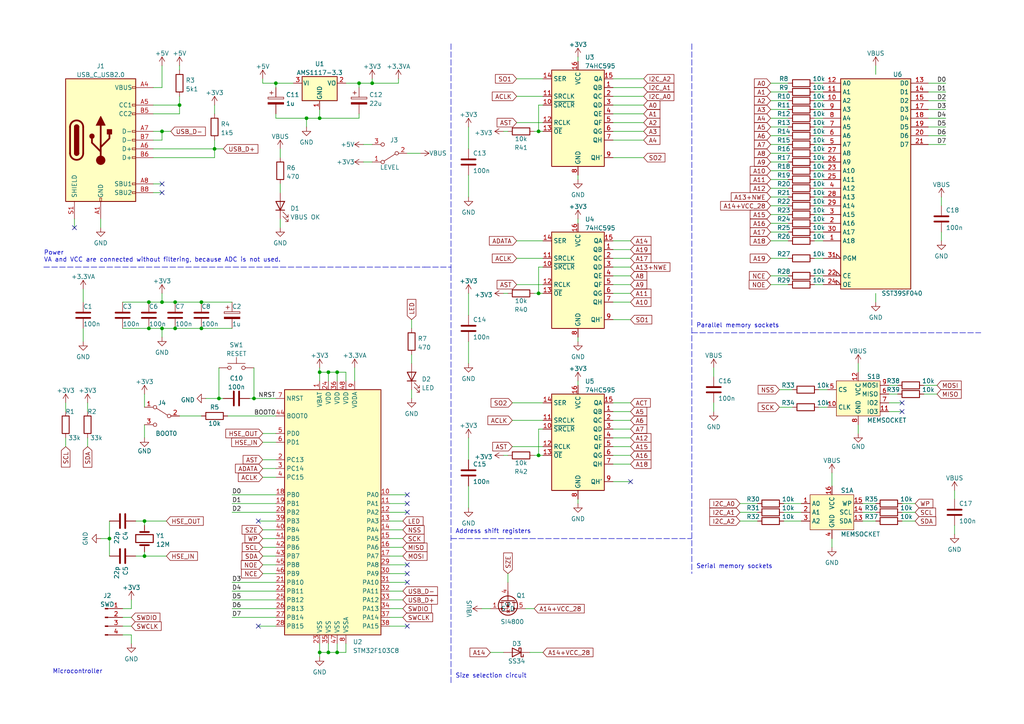
<source format=kicad_sch>
(kicad_sch (version 20211123) (generator eeschema)
  (paper "A4")
  (title_block (title "Memory dumper") (date "2022-10-15") (rev "0.1") (comment 1 "Made by HA5PLS"))
  (junction (at 156.21 38.1))
  (junction (at 73.66 115.57))
  (junction (at 58.42 87.63))
  (junction (at 80.01 24.13))
  (junction (at 92.71 107.95))
  (junction (at 107.95 24.13))
  (junction (at 41.91 151.13))
  (junction (at 156.21 85.09))
  (junction (at 50.8 87.63))
  (junction (at 95.25 107.95))
  (junction (at 46.99 38.1))
  (junction (at 46.99 95.25))
  (junction (at 58.42 95.25))
  (junction (at 95.25 189.23))
  (junction (at 92.71 189.23))
  (junction (at 46.99 87.63))
  (junction (at 43.18 95.25))
  (junction (at 63.5 115.57))
  (junction (at 43.18 87.63))
  (junction (at 97.79 189.23))
  (junction (at 92.71 34.29))
  (junction (at 50.8 95.25))
  (junction (at 97.79 107.95))
  (junction (at 62.23 43.18))
  (junction (at 88.9 34.29))
  (junction (at 156.21 132.08))
  (junction (at 31.75 156.21))
  (junction (at 104.14 24.13))
  (junction (at 52.07 30.48))
  (junction (at 41.91 161.29))
  (no_connect (at 21.59 66.04))
  (no_connect (at 46.99 55.88))
  (no_connect (at 46.99 53.34))
  (no_connect (at 182.88 139.7))
  (no_connect (at 261.62 116.84))
  (no_connect (at 261.62 119.38))
  (no_connect (at 74.93 181.61))
  (no_connect (at 74.93 151.13))
  (no_connect (at 118.11 168.91))
  (no_connect (at 118.11 181.61))
  (no_connect (at 118.11 163.83))
  (no_connect (at 118.11 166.37))
  (no_connect (at 118.11 143.51))
  (no_connect (at 118.11 146.05))
  (no_connect (at 118.11 148.59))
  (wire (pts (xy 66.04 120.65) (xy 80.01 120.65)))
  (wire (pts (xy 257.81 114.3) (xy 260.35 114.3)))
  (wire (pts (xy 223.52 29.21) (xy 228.6 29.21)))
  (wire (pts (xy 62.23 43.18) (xy 64.77 43.18)))
  (wire (pts (xy 269.24 34.29) (xy 274.32 34.29)))
  (wire (pts (xy 223.52 74.93) (xy 228.6 74.93)))
  (wire (pts (xy 236.22 80.01) (xy 238.76 80.01)))
  (wire (pts (xy 223.52 41.91) (xy 228.6 41.91)))
  (wire (pts (xy 214.63 151.13) (xy 219.71 151.13)))
  (wire (pts (xy 41.91 151.13) (xy 48.26 151.13)))
  (wire (pts (xy 21.59 63.5) (xy 21.59 66.04)))
  (wire (pts (xy 223.52 59.69) (xy 228.6 59.69)))
  (wire (pts (xy 44.45 45.72) (xy 62.23 45.72)))
  (wire (pts (xy 44.45 25.4) (xy 46.99 25.4)))
  (wire (pts (xy 19.05 129.54) (xy 19.05 127)))
  (wire (pts (xy 31.75 156.21) (xy 29.21 156.21)))
  (wire (pts (xy 115.57 24.13) (xy 115.57 22.86)))
  (wire (pts (xy 67.31 176.53) (xy 80.01 176.53)))
  (wire (pts (xy 261.62 151.13) (xy 265.43 151.13)))
  (wire (pts (xy 104.14 33.02) (xy 104.14 34.29)))
  (wire (pts (xy 113.03 153.67) (xy 116.84 153.67)))
  (wire (pts (xy 63.5 115.57) (xy 64.77 115.57)))
  (wire (pts (xy 50.8 95.25) (xy 58.42 95.25)))
  (wire (pts (xy 41.91 160.02) (xy 41.91 161.29)))
  (wire (pts (xy 273.05 57.15) (xy 273.05 59.69)))
  (wire (pts (xy 67.31 171.45) (xy 80.01 171.45)))
  (wire (pts (xy 92.71 186.69) (xy 92.71 189.23)))
  (wire (pts (xy 119.38 92.71) (xy 119.38 95.25)))
  (wire (pts (xy 113.03 156.21) (xy 116.84 156.21)))
  (wire (pts (xy 95.25 189.23) (xy 97.79 189.23)))
  (wire (pts (xy 177.8 119.38) (xy 182.88 119.38)))
  (wire (pts (xy 76.2 156.21) (xy 80.01 156.21)))
  (wire (pts (xy 236.22 59.69) (xy 238.76 59.69)))
  (wire (pts (xy 100.33 107.95) (xy 100.33 110.49)))
  (wire (pts (xy 177.8 38.1) (xy 186.69 38.1)))
  (wire (pts (xy 76.2 24.13) (xy 80.01 24.13)))
  (wire (pts (xy 223.52 44.45) (xy 228.6 44.45)))
  (wire (pts (xy 250.19 151.13) (xy 254 151.13)))
  (wire (pts (xy 135.89 85.09) (xy 135.89 91.44)))
  (wire (pts (xy 25.4 129.54) (xy 25.4 127)))
  (wire (pts (xy 241.3 137.16) (xy 241.3 140.97)))
  (wire (pts (xy 62.23 43.18) (xy 62.23 45.72)))
  (wire (pts (xy 105.41 46.99) (xy 107.95 46.99)))
  (wire (pts (xy 254 19.05) (xy 254 21.59)))
  (wire (pts (xy 156.21 77.47) (xy 156.21 85.09)))
  (wire (pts (xy 149.86 35.56) (xy 157.48 35.56)))
  (wire (pts (xy 113.03 146.05) (xy 118.11 146.05)))
  (wire (pts (xy 236.22 74.93) (xy 238.76 74.93)))
  (wire (pts (xy 149.86 27.94) (xy 157.48 27.94)))
  (wire (pts (xy 135.89 99.06) (xy 135.89 105.41)))
  (wire (pts (xy 92.71 106.68) (xy 92.71 107.95)))
  (polyline (pts (xy 12.7 77.47) (xy 123.19 77.47)))
  (wire (pts (xy 207.01 116.84) (xy 207.01 119.38)))
  (wire (pts (xy 236.22 44.45) (xy 238.76 44.45)))
  (wire (pts (xy 116.84 151.13) (xy 113.03 151.13)))
  (wire (pts (xy 177.8 25.4) (xy 186.69 25.4)))
  (wire (pts (xy 41.91 123.19) (xy 41.91 127)))
  (wire (pts (xy 177.8 129.54) (xy 182.88 129.54)))
  (wire (pts (xy 154.94 132.08) (xy 156.21 132.08)))
  (wire (pts (xy 149.86 74.93) (xy 157.48 74.93)))
  (wire (pts (xy 80.01 33.02) (xy 80.01 34.29)))
  (wire (pts (xy 25.4 119.38) (xy 25.4 116.84)))
  (wire (pts (xy 207.01 106.68) (xy 207.01 109.22)))
  (wire (pts (xy 156.21 38.1) (xy 157.48 38.1)))
  (wire (pts (xy 119.38 113.03) (xy 119.38 115.57)))
  (wire (pts (xy 41.91 114.3) (xy 41.91 118.11)))
  (wire (pts (xy 74.93 151.13) (xy 80.01 151.13)))
  (wire (pts (xy 236.22 57.15) (xy 238.76 57.15)))
  (wire (pts (xy 44.45 38.1) (xy 46.99 38.1)))
  (wire (pts (xy 214.63 148.59) (xy 219.71 148.59)))
  (polyline (pts (xy 200.66 12.7) (xy 200.66 166.37)))
  (wire (pts (xy 248.92 123.19) (xy 248.92 125.73)))
  (wire (pts (xy 31.75 151.13) (xy 31.75 156.21)))
  (wire (pts (xy 76.2 158.75) (xy 80.01 158.75)))
  (wire (pts (xy 254 85.09) (xy 254 87.63)))
  (wire (pts (xy 38.1 184.15) (xy 38.1 186.69)))
  (wire (pts (xy 177.8 40.64) (xy 186.69 40.64)))
  (wire (pts (xy 237.49 113.03) (xy 240.03 113.03)))
  (wire (pts (xy 81.28 43.18) (xy 81.28 45.72)))
  (wire (pts (xy 76.2 166.37) (xy 80.01 166.37)))
  (wire (pts (xy 35.56 184.15) (xy 38.1 184.15)))
  (wire (pts (xy 50.8 87.63) (xy 58.42 87.63)))
  (wire (pts (xy 24.13 83.82) (xy 24.13 87.63)))
  (wire (pts (xy 267.97 111.76) (xy 271.78 111.76)))
  (wire (pts (xy 177.8 27.94) (xy 186.69 27.94)))
  (wire (pts (xy 177.8 69.85) (xy 182.88 69.85)))
  (wire (pts (xy 85.09 24.13) (xy 80.01 24.13)))
  (wire (pts (xy 214.63 146.05) (xy 219.71 146.05)))
  (wire (pts (xy 226.06 118.11) (xy 229.87 118.11)))
  (wire (pts (xy 135.89 127) (xy 135.89 133.35)))
  (wire (pts (xy 237.49 118.11) (xy 240.03 118.11)))
  (wire (pts (xy 223.52 46.99) (xy 228.6 46.99)))
  (wire (pts (xy 46.99 95.25) (xy 46.99 97.79)))
  (wire (pts (xy 58.42 87.63) (xy 67.31 87.63)))
  (wire (pts (xy 102.87 106.68) (xy 102.87 110.49)))
  (wire (pts (xy 76.2 161.29) (xy 80.01 161.29)))
  (wire (pts (xy 104.14 24.13) (xy 107.95 24.13)))
  (wire (pts (xy 177.8 45.72) (xy 186.69 45.72)))
  (wire (pts (xy 67.31 148.59) (xy 80.01 148.59)))
  (wire (pts (xy 35.56 179.07) (xy 38.1 179.07)))
  (wire (pts (xy 223.52 62.23) (xy 228.6 62.23)))
  (wire (pts (xy 269.24 41.91) (xy 274.32 41.91)))
  (wire (pts (xy 248.92 105.41) (xy 248.92 107.95)))
  (wire (pts (xy 119.38 102.87) (xy 119.38 105.41)))
  (wire (pts (xy 154.94 85.09) (xy 156.21 85.09)))
  (wire (pts (xy 35.56 95.25) (xy 43.18 95.25)))
  (wire (pts (xy 223.52 80.01) (xy 228.6 80.01)))
  (wire (pts (xy 95.25 107.95) (xy 95.25 110.49)))
  (wire (pts (xy 95.25 186.69) (xy 95.25 189.23)))
  (wire (pts (xy 52.07 19.05) (xy 52.07 20.32)))
  (wire (pts (xy 152.4 176.53) (xy 154.94 176.53)))
  (wire (pts (xy 149.86 69.85) (xy 157.48 69.85)))
  (wire (pts (xy 74.93 181.61) (xy 80.01 181.61)))
  (wire (pts (xy 223.52 34.29) (xy 228.6 34.29)))
  (wire (pts (xy 236.22 69.85) (xy 238.76 69.85)))
  (wire (pts (xy 113.03 173.99) (xy 116.84 173.99)))
  (wire (pts (xy 177.8 134.62) (xy 182.88 134.62)))
  (wire (pts (xy 156.21 132.08) (xy 157.48 132.08)))
  (wire (pts (xy 177.8 72.39) (xy 182.88 72.39)))
  (wire (pts (xy 88.9 34.29) (xy 92.71 34.29)))
  (wire (pts (xy 267.97 114.3) (xy 271.78 114.3)))
  (wire (pts (xy 113.03 143.51) (xy 118.11 143.51)))
  (wire (pts (xy 46.99 87.63) (xy 50.8 87.63)))
  (wire (pts (xy 177.8 127) (xy 182.88 127)))
  (wire (pts (xy 49.53 38.1) (xy 46.99 38.1)))
  (wire (pts (xy 167.64 110.49) (xy 167.64 111.76)))
  (wire (pts (xy 223.52 24.13) (xy 228.6 24.13)))
  (wire (pts (xy 177.8 77.47) (xy 182.88 77.47)))
  (wire (pts (xy 261.62 148.59) (xy 265.43 148.59)))
  (wire (pts (xy 76.2 128.27) (xy 80.01 128.27)))
  (wire (pts (xy 100.33 186.69) (xy 100.33 189.23)))
  (wire (pts (xy 43.18 95.25) (xy 46.99 95.25)))
  (wire (pts (xy 107.95 24.13) (xy 115.57 24.13)))
  (wire (pts (xy 177.8 80.01) (xy 182.88 80.01)))
  (wire (pts (xy 92.71 190.5) (xy 92.71 189.23)))
  (wire (pts (xy 67.31 143.51) (xy 80.01 143.51)))
  (wire (pts (xy 236.22 62.23) (xy 238.76 62.23)))
  (wire (pts (xy 113.03 168.91) (xy 118.11 168.91)))
  (wire (pts (xy 223.52 31.75) (xy 228.6 31.75)))
  (wire (pts (xy 31.75 156.21) (xy 31.75 161.29)))
  (wire (pts (xy 73.66 115.57) (xy 80.01 115.57)))
  (wire (pts (xy 76.2 125.73) (xy 80.01 125.73)))
  (wire (pts (xy 269.24 26.67) (xy 274.32 26.67)))
  (wire (pts (xy 177.8 82.55) (xy 182.88 82.55)))
  (wire (pts (xy 157.48 30.48) (xy 156.21 30.48)))
  (wire (pts (xy 97.79 186.69) (xy 97.79 189.23)))
  (wire (pts (xy 177.8 116.84) (xy 182.88 116.84)))
  (wire (pts (xy 92.71 31.75) (xy 92.71 34.29)))
  (wire (pts (xy 147.32 166.37) (xy 147.32 168.91)))
  (wire (pts (xy 156.21 124.46) (xy 156.21 132.08)))
  (wire (pts (xy 177.8 22.86) (xy 186.69 22.86)))
  (wire (pts (xy 29.21 63.5) (xy 29.21 66.04)))
  (wire (pts (xy 149.86 22.86) (xy 157.48 22.86)))
  (wire (pts (xy 63.5 106.68) (xy 63.5 115.57)))
  (wire (pts (xy 35.56 87.63) (xy 43.18 87.63)))
  (wire (pts (xy 167.64 97.79) (xy 167.64 99.06)))
  (wire (pts (xy 58.42 95.25) (xy 67.31 95.25)))
  (wire (pts (xy 67.31 179.07) (xy 80.01 179.07)))
  (wire (pts (xy 223.52 69.85) (xy 228.6 69.85)))
  (wire (pts (xy 177.8 35.56) (xy 186.69 35.56)))
  (wire (pts (xy 100.33 189.23) (xy 97.79 189.23)))
  (wire (pts (xy 236.22 26.67) (xy 238.76 26.67)))
  (wire (pts (xy 135.89 36.83) (xy 135.89 43.18)))
  (polyline (pts (xy 200.66 96.52) (xy 284.48 96.52)))
  (wire (pts (xy 236.22 29.21) (xy 238.76 29.21)))
  (wire (pts (xy 81.28 63.5) (xy 81.28 66.04)))
  (wire (pts (xy 46.99 95.25) (xy 50.8 95.25)))
  (wire (pts (xy 44.45 55.88) (xy 46.99 55.88)))
  (wire (pts (xy 157.48 124.46) (xy 156.21 124.46)))
  (wire (pts (xy 273.05 67.31) (xy 273.05 69.85)))
  (wire (pts (xy 67.31 168.91) (xy 80.01 168.91)))
  (wire (pts (xy 177.8 121.92) (xy 182.88 121.92)))
  (wire (pts (xy 156.21 85.09) (xy 157.48 85.09)))
  (wire (pts (xy 80.01 133.35) (xy 76.2 133.35)))
  (wire (pts (xy 107.95 22.86) (xy 107.95 24.13)))
  (wire (pts (xy 236.22 64.77) (xy 238.76 64.77)))
  (wire (pts (xy 177.8 33.02) (xy 186.69 33.02)))
  (wire (pts (xy 223.52 57.15) (xy 228.6 57.15)))
  (wire (pts (xy 236.22 34.29) (xy 238.76 34.29)))
  (wire (pts (xy 72.39 115.57) (xy 73.66 115.57)))
  (wire (pts (xy 97.79 107.95) (xy 97.79 110.49)))
  (wire (pts (xy 167.64 144.78) (xy 167.64 146.05)))
  (wire (pts (xy 154.94 38.1) (xy 156.21 38.1)))
  (wire (pts (xy 153.67 189.23) (xy 157.48 189.23)))
  (wire (pts (xy 80.01 34.29) (xy 88.9 34.29)))
  (wire (pts (xy 44.45 53.34) (xy 46.99 53.34)))
  (wire (pts (xy 269.24 39.37) (xy 274.32 39.37)))
  (wire (pts (xy 156.21 30.48) (xy 156.21 38.1)))
  (wire (pts (xy 223.52 26.67) (xy 228.6 26.67)))
  (wire (pts (xy 223.52 82.55) (xy 228.6 82.55)))
  (wire (pts (xy 167.64 63.5) (xy 167.64 64.77)))
  (wire (pts (xy 236.22 52.07) (xy 238.76 52.07)))
  (wire (pts (xy 177.8 124.46) (xy 182.88 124.46)))
  (wire (pts (xy 236.22 24.13) (xy 238.76 24.13)))
  (wire (pts (xy 113.03 176.53) (xy 116.84 176.53)))
  (polyline (pts (xy 123.19 77.47) (xy 130.81 77.47)))
  (wire (pts (xy 257.81 116.84) (xy 261.62 116.84)))
  (wire (pts (xy 113.03 166.37) (xy 118.11 166.37)))
  (wire (pts (xy 76.2 138.43) (xy 80.01 138.43)))
  (polyline (pts (xy 130.81 12.7) (xy 130.81 77.47)))
  (wire (pts (xy 177.8 85.09) (xy 182.88 85.09)))
  (wire (pts (xy 62.23 30.48) (xy 62.23 33.02)))
  (wire (pts (xy 142.24 189.23) (xy 146.05 189.23)))
  (wire (pts (xy 148.59 129.54) (xy 157.48 129.54)))
  (wire (pts (xy 269.24 31.75) (xy 274.32 31.75)))
  (wire (pts (xy 223.52 52.07) (xy 228.6 52.07)))
  (wire (pts (xy 113.03 181.61) (xy 118.11 181.61)))
  (wire (pts (xy 59.69 115.57) (xy 63.5 115.57)))
  (wire (pts (xy 39.37 151.13) (xy 41.91 151.13)))
  (polyline (pts (xy 130.81 156.21) (xy 200.66 156.21)))
  (wire (pts (xy 92.71 34.29) (xy 104.14 34.29)))
  (wire (pts (xy 250.19 146.05) (xy 254 146.05)))
  (wire (pts (xy 148.59 116.84) (xy 157.48 116.84)))
  (wire (pts (xy 257.81 119.38) (xy 261.62 119.38)))
  (wire (pts (xy 157.48 77.47) (xy 156.21 77.47)))
  (wire (pts (xy 236.22 36.83) (xy 238.76 36.83)))
  (wire (pts (xy 236.22 31.75) (xy 238.76 31.75)))
  (wire (pts (xy 19.05 119.38) (xy 19.05 116.84)))
  (wire (pts (xy 46.99 19.05) (xy 46.99 25.4)))
  (wire (pts (xy 241.3 156.21) (xy 241.3 158.75)))
  (wire (pts (xy 236.22 67.31) (xy 238.76 67.31)))
  (wire (pts (xy 24.13 95.25) (xy 24.13 99.06)))
  (wire (pts (xy 76.2 153.67) (xy 80.01 153.67)))
  (wire (pts (xy 261.62 146.05) (xy 265.43 146.05)))
  (wire (pts (xy 223.52 49.53) (xy 228.6 49.53)))
  (wire (pts (xy 43.18 87.63) (xy 46.99 87.63)))
  (wire (pts (xy 250.19 148.59) (xy 254 148.59)))
  (wire (pts (xy 113.03 179.07) (xy 116.84 179.07)))
  (wire (pts (xy 113.03 158.75) (xy 116.84 158.75)))
  (wire (pts (xy 80.01 135.89) (xy 76.2 135.89)))
  (wire (pts (xy 52.07 33.02) (xy 52.07 30.48)))
  (wire (pts (xy 67.31 173.99) (xy 80.01 173.99)))
  (wire (pts (xy 146.05 38.1) (xy 147.32 38.1)))
  (wire (pts (xy 227.33 151.13) (xy 232.41 151.13)))
  (wire (pts (xy 41.91 161.29) (xy 39.37 161.29)))
  (wire (pts (xy 41.91 151.13) (xy 41.91 152.4)))
  (wire (pts (xy 236.22 54.61) (xy 238.76 54.61)))
  (wire (pts (xy 76.2 163.83) (xy 80.01 163.83)))
  (wire (pts (xy 67.31 146.05) (xy 80.01 146.05)))
  (wire (pts (xy 113.03 161.29) (xy 116.84 161.29)))
  (wire (pts (xy 95.25 107.95) (xy 97.79 107.95)))
  (wire (pts (xy 76.2 22.86) (xy 76.2 24.13)))
  (wire (pts (xy 177.8 30.48) (xy 186.69 30.48)))
  (wire (pts (xy 139.7 176.53) (xy 142.24 176.53)))
  (wire (pts (xy 236.22 82.55) (xy 238.76 82.55)))
  (wire (pts (xy 135.89 140.97) (xy 135.89 147.32)))
  (wire (pts (xy 167.64 16.51) (xy 167.64 17.78)))
  (wire (pts (xy 177.8 87.63) (xy 182.88 87.63)))
  (wire (pts (xy 167.64 50.8) (xy 167.64 52.07)))
  (wire (pts (xy 38.1 176.53) (xy 38.1 173.99)))
  (polyline (pts (xy 130.81 77.47) (xy 130.81 198.12)))
  (wire (pts (xy 81.28 53.34) (xy 81.28 55.88)))
  (wire (pts (xy 113.03 171.45) (xy 116.84 171.45)))
  (wire (pts (xy 113.03 163.83) (xy 118.11 163.83)))
  (wire (pts (xy 52.07 27.94) (xy 52.07 30.48)))
  (wire (pts (xy 135.89 50.8) (xy 135.89 57.15)))
  (wire (pts (xy 46.99 38.1) (xy 46.99 40.64)))
  (wire (pts (xy 276.86 152.4) (xy 276.86 154.94)))
  (wire (pts (xy 269.24 36.83) (xy 274.32 36.83)))
  (wire (pts (xy 223.52 64.77) (xy 228.6 64.77)))
  (wire (pts (xy 62.23 40.64) (xy 62.23 43.18)))
  (wire (pts (xy 223.52 39.37) (xy 228.6 39.37)))
  (wire (pts (xy 236.22 49.53) (xy 238.76 49.53)))
  (wire (pts (xy 236.22 46.99) (xy 238.76 46.99)))
  (wire (pts (xy 41.91 161.29) (xy 48.26 161.29)))
  (wire (pts (xy 46.99 85.09) (xy 46.99 87.63)))
  (wire (pts (xy 44.45 43.18) (xy 62.23 43.18)))
  (wire (pts (xy 88.9 34.29) (xy 88.9 36.83)))
  (wire (pts (xy 257.81 111.76) (xy 260.35 111.76)))
  (wire (pts (xy 92.71 189.23) (xy 95.25 189.23)))
  (wire (pts (xy 52.07 120.65) (xy 58.42 120.65)))
  (wire (pts (xy 73.66 115.57) (xy 73.66 106.68)))
  (wire (pts (xy 149.86 82.55) (xy 157.48 82.55)))
  (wire (pts (xy 177.8 74.93) (xy 182.88 74.93)))
  (wire (pts (xy 104.14 24.13) (xy 104.14 25.4)))
  (wire (pts (xy 146.05 132.08) (xy 147.32 132.08)))
  (wire (pts (xy 223.52 36.83) (xy 228.6 36.83)))
  (wire (pts (xy 276.86 142.24) (xy 276.86 144.78)))
  (wire (pts (xy 35.56 181.61) (xy 38.1 181.61)))
  (wire (pts (xy 227.33 146.05) (xy 232.41 146.05)))
  (wire (pts (xy 44.45 40.64) (xy 46.99 40.64)))
  (wire (pts (xy 146.05 85.09) (xy 147.32 85.09)))
  (wire (pts (xy 236.22 41.91) (xy 238.76 41.91)))
  (wire (pts (xy 44.45 33.02) (xy 52.07 33.02)))
  (wire (pts (xy 80.01 24.13) (xy 80.01 25.4)))
  (wire (pts (xy 236.22 39.37) (xy 238.76 39.37)))
  (wire (pts (xy 100.33 24.13) (xy 104.14 24.13)))
  (wire (pts (xy 92.71 107.95) (xy 95.25 107.95)))
  (wire (pts (xy 148.59 121.92) (xy 157.48 121.92)))
  (wire (pts (xy 226.06 113.03) (xy 229.87 113.03)))
  (wire (pts (xy 223.52 54.61) (xy 228.6 54.61)))
  (wire (pts (xy 177.8 139.7) (xy 182.88 139.7)))
  (wire (pts (xy 92.71 107.95) (xy 92.71 110.49)))
  (wire (pts (xy 97.79 107.95) (xy 100.33 107.95)))
  (wire (pts (xy 44.45 30.48) (xy 52.07 30.48)))
  (wire (pts (xy 269.24 29.21) (xy 274.32 29.21)))
  (wire (pts (xy 269.24 24.13) (xy 274.32 24.13)))
  (wire (pts (xy 113.03 148.59) (xy 118.11 148.59)))
  (wire (pts (xy 177.8 132.08) (xy 182.88 132.08)))
  (wire (pts (xy 227.33 148.59) (xy 232.41 148.59)))
  (wire (pts (xy 177.8 92.71) (xy 182.88 92.71)))
  (wire (pts (xy 105.41 41.91) (xy 107.95 41.91)))
  (wire (pts (xy 35.56 176.53) (xy 38.1 176.53)))
  (wire (pts (xy 223.52 67.31) (xy 228.6 67.31)))
  (wire (pts (xy 118.11 44.45) (xy 121.92 44.45)))
  (text "Address shift registers\n" (at 132.08 154.94 0) (effects (font (size 1.27 1.27)) (justify left bottom)))
  (text "Size selection circuit\n" (at 132.08 196.85 0) (effects (font (size 1.27 1.27)) (justify left bottom)))
  (text "Power\nVA and VCC are connected without filtering, because ADC is not used." (at 12.7 76.2 0) (effects (font (size 1.27 1.27)) (justify left bottom)))
  (text "Microcontroller" (at 15.24 195.58 0) (effects (font (size 1.27 1.27)) (justify left bottom)))
  (text "Serial memory sockets\n" (at 201.93 165.1 0) (effects (font (size 1.27 1.27)) (justify left bottom)))
  (text "Parallel memory sockets\n" (at 201.93 95.25 0) (effects (font (size 1.27 1.27)) (justify left bottom)))
  (label "D5" (at 271.78 36.83 0))
  (label "D4" (at 67.31 171.45 0))
  (label "D7" (at 271.78 41.91 0))
  (label "D2" (at 67.31 148.59 0))
  (label "D3" (at 67.31 168.91 0))
  (label "D0" (at 67.31 143.51 0))
  (label "D0" (at 271.78 24.13 0))
  (label "D6" (at 271.78 39.37 0))
  (label "BOOT0" (at 73.66 120.65 0))
  (label "D7" (at 67.31 179.07 0))
  (label "D6" (at 67.31 176.53 0))
  (label "D5" (at 67.31 173.99 0))
  (label "NRST" (at 74.93 115.57 0))
  (label "D2" (at 271.78 29.21 0))
  (label "D1" (at 271.78 26.67 0))
  (label "D4" (at 271.78 34.29 0))
  (label "D3" (at 271.78 31.75 0))
  (label "D1" (at 67.31 146.05 0))
  (global_label "HSE_OUT" (shape input) (at 48.26 151.13 0) (property "Intersheet References" "${INTERSHEET_REFS}" (effects hide)))
  (global_label "USB_D-" (shape input) (at 49.53 38.1 0) (property "Intersheet References" "${INTERSHEET_REFS}" (effects hide)))
  (global_label "SO2" (shape input) (at 186.69 45.72 0) (property "Intersheet References" "${INTERSHEET_REFS}" (effects hide)))
  (global_label "A0" (shape input) (at 223.52 24.13 180) (property "Intersheet References" "${INTERSHEET_REFS}" (effects hide)))
  (global_label "A16" (shape input) (at 223.52 64.77 180) (property "Intersheet References" "${INTERSHEET_REFS}" (effects hide)))
  (global_label "A6" (shape input) (at 223.52 39.37 180) (property "Intersheet References" "${INTERSHEET_REFS}" (effects hide)))
  (global_label "A15" (shape input) (at 182.88 129.54 0) (property "Intersheet References" "${INTERSHEET_REFS}" (effects hide)))
  (global_label "A18" (shape input) (at 223.52 69.85 180) (property "Intersheet References" "${INTERSHEET_REFS}" (effects hide)))
  (global_label "A1" (shape input) (at 186.69 33.02 0) (property "Intersheet References" "${INTERSHEET_REFS}" (effects hide)))
  (global_label "A3" (shape input) (at 223.52 31.75 180) (property "Intersheet References" "${INTERSHEET_REFS}" (effects hide)))
  (global_label "USB_D-" (shape input) (at 116.84 171.45 0) (property "Intersheet References" "${INTERSHEET_REFS}" (effects hide)))
  (global_label "MOSI" (shape input) (at 271.78 111.76 0) (property "Intersheet References" "${INTERSHEET_REFS}" (effects hide)))
  (global_label "SO2" (shape input) (at 148.59 116.84 180) (property "Intersheet References" "${INTERSHEET_REFS}" (effects hide)))
  (global_label "I2C_A0" (shape input) (at 214.63 146.05 180) (property "Intersheet References" "${INTERSHEET_REFS}" (effects hide)))
  (global_label "A10" (shape input) (at 223.52 49.53 180) (property "Intersheet References" "${INTERSHEET_REFS}" (effects hide)))
  (global_label "USB_D+" (shape input) (at 64.77 43.18 0) (property "Intersheet References" "${INTERSHEET_REFS}" (effects hide)))
  (global_label "HSE_IN" (shape input) (at 76.2 128.27 180) (property "Intersheet References" "${INTERSHEET_REFS}" (effects hide)))
  (global_label "A12" (shape input) (at 223.52 54.61 180) (property "Intersheet References" "${INTERSHEET_REFS}" (effects hide)))
  (global_label "AST" (shape input) (at 149.86 35.56 180) (property "Intersheet References" "${INTERSHEET_REFS}" (effects hide)))
  (global_label "ACLK" (shape input) (at 149.86 74.93 180) (property "Intersheet References" "${INTERSHEET_REFS}" (effects hide)))
  (global_label "A10" (shape input) (at 182.88 87.63 0) (property "Intersheet References" "${INTERSHEET_REFS}" (effects hide)))
  (global_label "A14+VCC_28" (shape input) (at 154.94 176.53 0) (property "Intersheet References" "${INTERSHEET_REFS}" (effects hide)))
  (global_label "SO1" (shape input) (at 182.88 92.71 0) (property "Intersheet References" "${INTERSHEET_REFS}" (effects hide)))
  (global_label "A14+VCC_28" (shape input) (at 157.48 189.23 0) (property "Intersheet References" "${INTERSHEET_REFS}" (effects hide)))
  (global_label "A13+NWE" (shape input) (at 182.88 77.47 0) (property "Intersheet References" "${INTERSHEET_REFS}" (effects hide)))
  (global_label "HSE_IN" (shape input) (at 48.26 161.29 0) (property "Intersheet References" "${INTERSHEET_REFS}" (effects hide)))
  (global_label "A7" (shape input) (at 223.52 41.91 180) (property "Intersheet References" "${INTERSHEET_REFS}" (effects hide)))
  (global_label "SCK" (shape input) (at 226.06 118.11 180) (property "Intersheet References" "${INTERSHEET_REFS}" (effects hide)))
  (global_label "SCL" (shape input) (at 265.43 148.59 0) (property "Intersheet References" "${INTERSHEET_REFS}" (effects hide)))
  (global_label "NCE" (shape input) (at 223.52 80.01 180) (property "Intersheet References" "${INTERSHEET_REFS}" (effects hide)))
  (global_label "SWCLK" (shape input) (at 116.84 179.07 0) (property "Intersheet References" "${INTERSHEET_REFS}" (effects hide)))
  (global_label "NOE" (shape input) (at 223.52 82.55 180) (property "Intersheet References" "${INTERSHEET_REFS}" (effects hide)))
  (global_label "I2C_A2" (shape input) (at 186.69 22.86 0) (property "Intersheet References" "${INTERSHEET_REFS}" (effects hide)))
  (global_label "ADATA" (shape input) (at 76.2 135.89 180) (property "Intersheet References" "${INTERSHEET_REFS}" (effects hide)))
  (global_label "A14+VCC_28" (shape input) (at 223.52 59.69 180) (property "Intersheet References" "${INTERSHEET_REFS}" (effects hide)))
  (global_label "A19" (shape input) (at 223.52 74.93 180) (property "Intersheet References" "${INTERSHEET_REFS}" (effects hide)))
  (global_label "LED" (shape input) (at 119.38 92.71 90) (property "Intersheet References" "${INTERSHEET_REFS}" (effects hide)))
  (global_label "ACLK" (shape input) (at 149.86 27.94 180) (property "Intersheet References" "${INTERSHEET_REFS}" (effects hide)))
  (global_label "NCE" (shape input) (at 76.2 166.37 180) (property "Intersheet References" "${INTERSHEET_REFS}" (effects hide)))
  (global_label "LED" (shape input) (at 116.84 151.13 0) (property "Intersheet References" "${INTERSHEET_REFS}" (effects hide)))
  (global_label "I2C_A0" (shape input) (at 186.69 27.94 0) (property "Intersheet References" "${INTERSHEET_REFS}" (effects hide)))
  (global_label "HSE_OUT" (shape input) (at 76.2 125.73 180) (property "Intersheet References" "${INTERSHEET_REFS}" (effects hide)))
  (global_label "A5" (shape input) (at 223.52 36.83 180) (property "Intersheet References" "${INTERSHEET_REFS}" (effects hide)))
  (global_label "USB_D+" (shape input) (at 116.84 173.99 0) (property "Intersheet References" "${INTERSHEET_REFS}" (effects hide)))
  (global_label "ADATA" (shape input) (at 149.86 69.85 180) (property "Intersheet References" "${INTERSHEET_REFS}" (effects hide)))
  (global_label "A14" (shape input) (at 142.24 189.23 180) (property "Intersheet References" "${INTERSHEET_REFS}" (effects hide)))
  (global_label "AST" (shape input) (at 149.86 82.55 180) (property "Intersheet References" "${INTERSHEET_REFS}" (effects hide)))
  (global_label "A17" (shape input) (at 223.52 67.31 180) (property "Intersheet References" "${INTERSHEET_REFS}" (effects hide)))
  (global_label "SCL" (shape input) (at 76.2 158.75 180) (property "Intersheet References" "${INTERSHEET_REFS}" (effects hide)))
  (global_label "I2C_A2" (shape input) (at 214.63 151.13 180) (property "Intersheet References" "${INTERSHEET_REFS}" (effects hide)))
  (global_label "ACLK" (shape input) (at 76.2 138.43 180) (property "Intersheet References" "${INTERSHEET_REFS}" (effects hide)))
  (global_label "A9" (shape input) (at 182.88 82.55 0) (property "Intersheet References" "${INTERSHEET_REFS}" (effects hide)))
  (global_label "A1" (shape input) (at 223.52 26.67 180) (property "Intersheet References" "${INTERSHEET_REFS}" (effects hide)))
  (global_label "SWDIO" (shape input) (at 38.1 179.07 0) (property "Intersheet References" "${INTERSHEET_REFS}" (effects hide)))
  (global_label "A0" (shape input) (at 186.69 30.48 0) (property "Intersheet References" "${INTERSHEET_REFS}" (effects hide)))
  (global_label "A3" (shape input) (at 186.69 38.1 0) (property "Intersheet References" "${INTERSHEET_REFS}" (effects hide)))
  (global_label "NSS" (shape input) (at 226.06 113.03 180) (property "Intersheet References" "${INTERSHEET_REFS}" (effects hide)))
  (global_label "SZE" (shape input) (at 76.2 153.67 180) (property "Intersheet References" "${INTERSHEET_REFS}" (effects hide)))
  (global_label "AST" (shape input) (at 148.59 129.54 180) (property "Intersheet References" "${INTERSHEET_REFS}" (effects hide)))
  (global_label "A9" (shape input) (at 223.52 46.99 180) (property "Intersheet References" "${INTERSHEET_REFS}" (effects hide)))
  (global_label "A5" (shape input) (at 182.88 119.38 0) (property "Intersheet References" "${INTERSHEET_REFS}" (effects hide)))
  (global_label "A2" (shape input) (at 186.69 35.56 0) (property "Intersheet References" "${INTERSHEET_REFS}" (effects hide)))
  (global_label "A18" (shape input) (at 182.88 134.62 0) (property "Intersheet References" "${INTERSHEET_REFS}" (effects hide)))
  (global_label "SO1" (shape input) (at 149.86 22.86 180) (property "Intersheet References" "${INTERSHEET_REFS}" (effects hide)))
  (global_label "MISO" (shape input) (at 271.78 114.3 0) (property "Intersheet References" "${INTERSHEET_REFS}" (effects hide)))
  (global_label "SWCLK" (shape input) (at 38.1 181.61 0) (property "Intersheet References" "${INTERSHEET_REFS}" (effects hide)))
  (global_label "A8" (shape input) (at 182.88 80.01 0) (property "Intersheet References" "${INTERSHEET_REFS}" (effects hide)))
  (global_label "SDA" (shape input) (at 265.43 151.13 0) (property "Intersheet References" "${INTERSHEET_REFS}" (effects hide)))
  (global_label "MISO" (shape input) (at 116.84 158.75 0) (property "Intersheet References" "${INTERSHEET_REFS}" (effects hide)))
  (global_label "WP" (shape input) (at 76.2 156.21 180) (property "Intersheet References" "${INTERSHEET_REFS}" (effects hide)))
  (global_label "A12" (shape input) (at 182.88 127 0) (property "Intersheet References" "${INTERSHEET_REFS}" (effects hide)))
  (global_label "A11" (shape input) (at 223.52 52.07 180) (property "Intersheet References" "${INTERSHEET_REFS}" (effects hide)))
  (global_label "I2C_A1" (shape input) (at 186.69 25.4 0) (property "Intersheet References" "${INTERSHEET_REFS}" (effects hide)))
  (global_label "SCL" (shape input) (at 19.05 129.54 270) (property "Intersheet References" "${INTERSHEET_REFS}" (effects hide)))
  (global_label "SZE" (shape input) (at 147.32 166.37 90) (property "Intersheet References" "${INTERSHEET_REFS}" (effects hide)))
  (global_label "MOSI" (shape input) (at 116.84 161.29 0) (property "Intersheet References" "${INTERSHEET_REFS}" (effects hide)))
  (global_label "A6" (shape input) (at 182.88 121.92 0) (property "Intersheet References" "${INTERSHEET_REFS}" (effects hide)))
  (global_label "SWDIO" (shape input) (at 116.84 176.53 0) (property "Intersheet References" "${INTERSHEET_REFS}" (effects hide)))
  (global_label "A4" (shape input) (at 223.52 34.29 180) (property "Intersheet References" "${INTERSHEET_REFS}" (effects hide)))
  (global_label "A11" (shape input) (at 182.88 85.09 0) (property "Intersheet References" "${INTERSHEET_REFS}" (effects hide)))
  (global_label "A14" (shape input) (at 182.88 69.85 0) (property "Intersheet References" "${INTERSHEET_REFS}" (effects hide)))
  (global_label "ACLK" (shape input) (at 148.59 121.92 180) (property "Intersheet References" "${INTERSHEET_REFS}" (effects hide)))
  (global_label "A17" (shape input) (at 182.88 74.93 0) (property "Intersheet References" "${INTERSHEET_REFS}" (effects hide)))
  (global_label "I2C_A1" (shape input) (at 214.63 148.59 180) (property "Intersheet References" "${INTERSHEET_REFS}" (effects hide)))
  (global_label "A16" (shape input) (at 182.88 132.08 0) (property "Intersheet References" "${INTERSHEET_REFS}" (effects hide)))
  (global_label "SDA" (shape input) (at 76.2 161.29 180) (property "Intersheet References" "${INTERSHEET_REFS}" (effects hide)))
  (global_label "NSS" (shape input) (at 116.84 153.67 0) (property "Intersheet References" "${INTERSHEET_REFS}" (effects hide)))
  (global_label "A2" (shape input) (at 223.52 29.21 180) (property "Intersheet References" "${INTERSHEET_REFS}" (effects hide)))
  (global_label "WP" (shape input) (at 265.43 146.05 0) (property "Intersheet References" "${INTERSHEET_REFS}" (effects hide)))
  (global_label "NOE" (shape input) (at 76.2 163.83 180) (property "Intersheet References" "${INTERSHEET_REFS}" (effects hide)))
  (global_label "A13+NWE" (shape input) (at 223.52 57.15 180) (property "Intersheet References" "${INTERSHEET_REFS}" (effects hide)))
  (global_label "SDA" (shape input) (at 25.4 129.54 270) (property "Intersheet References" "${INTERSHEET_REFS}" (effects hide)))
  (global_label "A19" (shape input) (at 182.88 72.39 0) (property "Intersheet References" "${INTERSHEET_REFS}" (effects hide)))
  (global_label "SCK" (shape input) (at 116.84 156.21 0) (property "Intersheet References" "${INTERSHEET_REFS}" (effects hide)))
  (global_label "AST" (shape input) (at 76.2 133.35 180) (property "Intersheet References" "${INTERSHEET_REFS}" (effects hide)))
  (global_label "A8" (shape input) (at 223.52 44.45 180) (property "Intersheet References" "${INTERSHEET_REFS}" (effects hide)))
  (global_label "ACT" (shape input) (at 182.88 116.84 0) (property "Intersheet References" "${INTERSHEET_REFS}" (effects hide)))
  (global_label "A7" (shape input) (at 182.88 124.46 0) (property "Intersheet References" "${INTERSHEET_REFS}" (effects hide)))
  (global_label "A4" (shape input) (at 186.69 40.64 0) (property "Intersheet References" "${INTERSHEET_REFS}" (effects hide)))
  (global_label "A15" (shape input) (at 223.52 62.23 180) (property "Intersheet References" "${INTERSHEET_REFS}" (effects hide)))
  (symbol (lib_id "Device:R") (at 151.13 38.1 90) (mirror x) (unit 1)
    (property "Reference" "R41" (at 151.13 42.8158 90))
    (property "Value" "10k" (at 151.13 40.2789 90))
    (property "Footprint" "Resistor_SMD:R_0805_2012Metric_Pad1.20x1.40mm_HandSolder" (effects hide))
  )
  (symbol (lib_id "Device:C_Polarized") (at 67.31 91.44 0) (unit 1)
    (property "Reference" "C2" (at 67.31 88.9 0) (effects (justify left)))
    (property "Value" "1u" (at 67.31 93.98 0) (effects (justify left)))
    (property "Footprint" "Capacitor_SMD:CP_Elec_4x4.5" (effects hide))
  )
  (symbol (lib_id "Device:R") (at 232.41 52.07 90) (unit 1)
    (property "Reference" "R19" (at 227.33 50.8 90))
    (property "Value" "10k" (at 237.49 50.8 90))
    (property "Footprint" "Resistor_SMD:R_0805_2012Metric_Pad1.20x1.40mm_HandSolder" (effects hide))
  )
  (symbol (lib_id "power:VBUS") (at 248.92 105.41 0) (unit 1)
    (property "Reference" "#PWR055" (effects hide))
    (property "Value" "VBUS" (at 248.92 101.8342 0))
  )
  (symbol (lib_id "Device:Crystal") (at 41.91 156.21 270) (unit 1)
    (property "Reference" "Y1" (at 45.2374 155.3753 90) (effects (justify left)))
    (property "Value" "12M" (at 45.2374 157.9122 90) (effects (justify left)))
    (property "Footprint" "Crystal:Crystal_HC18-U_Vertical" (effects hide))
  )
  (symbol (lib_id "power:VBUS") (at 121.92 44.45 270) (unit 1)
    (property "Reference" "#PWR029" (effects hide))
    (property "Value" "VBUS" (at 124.46 44.45 90) (effects (justify left)))
  )
  (symbol (lib_id "memdump:SI4800") (at 147.32 176.53 270) (unit 1)
    (property "Reference" "Q1" (at 151.13 172.72 90))
    (property "Value" "SI4800" (at 148.59 180.34 90))
    (property "Footprint" "Package_SO:SO-8_3.9x4.9mm_P1.27mm" (effects hide))
  )
  (symbol (lib_id "power:+5V") (at 46.99 19.05 0) (unit 1)
    (property "Reference" "#PWR011" (effects hide))
    (property "Value" "+5V" (at 46.99 15.4742 0))
  )
  (symbol (lib_id "Device:R") (at 232.41 54.61 90) (unit 1)
    (property "Reference" "R20" (at 227.33 53.34 90))
    (property "Value" "10k" (at 237.49 53.34 90))
    (property "Footprint" "Resistor_SMD:R_0805_2012Metric_Pad1.20x1.40mm_HandSolder" (effects hide))
  )
  (symbol (lib_id "power:+3.3V") (at 46.99 85.09 0) (unit 1)
    (property "Reference" "#PWR012" (effects hide))
    (property "Value" "+3.3V" (at 46.99 81.5142 0))
  )
  (symbol (lib_id "Device:R") (at 232.41 59.69 90) (unit 1)
    (property "Reference" "R22" (at 227.33 58.42 90))
    (property "Value" "10k" (at 237.49 58.42 90))
    (property "Footprint" "Resistor_SMD:R_0805_2012Metric_Pad1.20x1.40mm_HandSolder" (effects hide))
  )
  (symbol (lib_id "Device:R") (at 257.81 151.13 90) (unit 1)
    (property "Reference" "R37" (at 252.73 149.86 90))
    (property "Value" "10k" (at 262.89 149.86 90))
    (property "Footprint" "Resistor_SMD:R_0805_2012Metric_Pad1.20x1.40mm_HandSolder" (effects hide))
  )
  (symbol (lib_id "Device:R") (at 264.16 114.3 90) (unit 1)
    (property "Reference" "R39" (at 259.08 113.03 90))
    (property "Value" "10k" (at 269.24 113.03 90))
    (property "Footprint" "Resistor_SMD:R_0805_2012Metric_Pad1.20x1.40mm_HandSolder" (effects hide))
  )
  (symbol (lib_id "Device:R") (at 232.41 46.99 90) (unit 1)
    (property "Reference" "R17" (at 227.33 45.72 90))
    (property "Value" "10k" (at 237.49 45.72 90))
    (property "Footprint" "Resistor_SMD:R_0805_2012Metric_Pad1.20x1.40mm_HandSolder" (effects hide))
  )
  (symbol (lib_id "power:GND") (at 29.21 66.04 0) (unit 1)
    (property "Reference" "#PWR05" (effects hide))
    (property "Value" "GND" (at 29.21 70.4834 0))
  )
  (symbol (lib_id "Device:R") (at 232.41 67.31 90) (unit 1)
    (property "Reference" "R25" (at 227.33 66.04 90))
    (property "Value" "10k" (at 237.49 66.04 90))
    (property "Footprint" "Resistor_SMD:R_0805_2012Metric_Pad1.20x1.40mm_HandSolder" (effects hide))
  )
  (symbol (lib_id "Device:R") (at 62.23 120.65 270) (mirror x) (unit 1)
    (property "Reference" "R5" (at 62.23 118.11 90))
    (property "Value" "10k" (at 62.23 122.8289 90))
    (property "Footprint" "Resistor_SMD:R_0805_2012Metric_Pad1.20x1.40mm_HandSolder" (effects hide))
  )
  (symbol (lib_id "Device:R") (at 257.81 146.05 90) (unit 1)
    (property "Reference" "R35" (at 252.73 144.78 90))
    (property "Value" "10k" (at 262.89 144.78 90))
    (property "Footprint" "Resistor_SMD:R_0805_2012Metric_Pad1.20x1.40mm_HandSolder" (effects hide))
  )
  (symbol (lib_id "Device:C") (at 35.56 161.29 90) (unit 1)
    (property "Reference" "C5" (at 36.3947 164.211 0) (effects (justify right)))
    (property "Value" "22p" (at 33.8578 164.211 0) (effects (justify right)))
    (property "Footprint" "Capacitor_SMD:C_0805_2012Metric_Pad1.18x1.45mm_HandSolder" (effects hide))
  )
  (symbol (lib_id "power:GND") (at 119.38 115.57 0) (unit 1)
    (property "Reference" "#PWR028" (effects hide))
    (property "Value" "GND" (at 119.38 120.0134 0))
  )
  (symbol (lib_id "power:VBUS") (at 273.05 57.15 0) (unit 1)
    (property "Reference" "#PWR059" (effects hide))
    (property "Value" "VBUS" (at 273.05 53.5742 0))
  )
  (symbol (lib_id "Device:C") (at 135.89 95.25 0) (unit 1)
    (property "Reference" "C14" (at 137.16 92.71 0) (effects (justify left)))
    (property "Value" "100n" (at 137.16 97.79 0) (effects (justify left)))
    (property "Footprint" "Capacitor_SMD:C_0805_2012Metric_Pad1.18x1.45mm_HandSolder" (effects hide))
  )
  (symbol (lib_id "Device:R") (at 25.4 123.19 180) (unit 1)
    (property "Reference" "R2" (at 26.67 119.38 0))
    (property "Value" "33k" (at 27.94 127 0))
    (property "Footprint" "Resistor_SMD:R_0805_2012Metric_Pad1.20x1.40mm_HandSolder" (effects hide))
  )
  (symbol (lib_name "MEMSOCKET_1") (lib_id "memdump:MEMSOCKET") (at 248.92 115.57 0) (unit 2)
    (property "Reference" "S1" (at 251.46 109.22 0) (effects (justify left)))
    (property "Value" "MEMSOCKET" (at 251.46 121.92 0) (effects (justify left)))
    (property "Footprint" "Socket:DIP_Socket-16_W4.3_W5.08_W7.62_W10.16_W10.9_3M_216-3340-00-0602J" (effects hide))
  )
  (symbol (lib_id "power:GND") (at 135.89 105.41 0) (unit 1)
    (property "Reference" "#PWR034" (effects hide))
    (property "Value" "GND" (at 135.89 109.8534 0))
  )
  (symbol (lib_id "Connector:Conn_01x04_Male") (at 30.48 179.07 0) (unit 1)
    (property "Reference" "J2" (at 31.115 172.754 0))
    (property "Value" "SWD" (at 31.115 175.2909 0))
    (property "Footprint" "Connector_PinHeader_2.54mm:PinHeader_1x04_P2.54mm_Vertical" (effects hide))
  )
  (symbol (lib_id "Device:C") (at 58.42 91.44 0) (unit 1)
    (property "Reference" "C8" (at 58.42 88.9 0) (effects (justify left)))
    (property "Value" "100n" (at 58.42 93.98 0) (effects (justify left)))
    (property "Footprint" "Capacitor_SMD:C_0805_2012Metric_Pad1.18x1.45mm_HandSolder" (effects hide))
  )
  (symbol (lib_id "power:GND") (at 59.69 115.57 270) (unit 1)
    (property "Reference" "#PWR015" (effects hide))
    (property "Value" "GND" (at 56.5151 116.0038 90) (effects (justify right)))
  )
  (symbol (lib_id "74xx:74HC595") (at 167.64 80.01 0) (unit 1)
    (property "Reference" "U4" (at 169.6594 63.6102 0) (effects (justify left)))
    (property "Value" "74HC595" (at 169.6594 66.1471 0) (effects (justify left)))
    (property "Footprint" "Package_SO:SOP-16_3.9x9.9mm_P1.27mm" (effects hide))
    (property "Datasheet" "http://www.ti.com/lit/ds/symlink/sn74hc595.pdf" (effects hide))
  )
  (symbol (lib_id "Device:LED") (at 119.38 109.22 90) (unit 1)
    (property "Reference" "D2" (at 122.301 109.9728 90) (effects (justify right)))
    (property "Value" "LED" (at 122.301 112.5097 90) (effects (justify right)))
    (property "Footprint" "LED_SMD:LED_0805_2012Metric_Pad1.15x1.40mm_HandSolder" (effects hide))
  )
  (symbol (lib_id "Device:R") (at 223.52 146.05 90) (unit 1)
    (property "Reference" "R30" (at 218.44 144.78 90))
    (property "Value" "10k" (at 228.6 144.78 90))
    (property "Footprint" "Resistor_SMD:R_0805_2012Metric_Pad1.20x1.40mm_HandSolder" (effects hide))
  )
  (symbol (lib_id "Device:R") (at 232.41 69.85 90) (unit 1)
    (property "Reference" "R26" (at 227.33 68.58 90))
    (property "Value" "10k" (at 237.49 68.58 90))
    (property "Footprint" "Resistor_SMD:R_0805_2012Metric_Pad1.20x1.40mm_HandSolder" (effects hide))
  )
  (symbol (lib_id "Device:R") (at 233.68 113.03 90) (unit 1)
    (property "Reference" "R33" (at 228.6 111.76 90))
    (property "Value" "10k" (at 238.76 111.76 90))
    (property "Footprint" "Resistor_SMD:R_0805_2012Metric_Pad1.20x1.40mm_HandSolder" (effects hide))
  )
  (symbol (lib_id "Device:C") (at 50.8 91.44 0) (unit 1)
    (property "Reference" "C7" (at 50.8 88.9 0) (effects (justify left)))
    (property "Value" "100n" (at 50.8 93.98 0) (effects (justify left)))
    (property "Footprint" "Capacitor_SMD:C_0805_2012Metric_Pad1.18x1.45mm_HandSolder" (effects hide))
  )
  (symbol (lib_id "power:+3.3V") (at 107.95 22.86 0) (unit 1)
    (property "Reference" "#PWR026" (effects hide))
    (property "Value" "+3.3V" (at 107.95 19.2842 0))
  )
  (symbol (lib_id "Device:R") (at 223.52 151.13 90) (unit 1)
    (property "Reference" "R32" (at 218.44 149.86 90))
    (property "Value" "10k" (at 228.6 149.86 90))
    (property "Footprint" "Resistor_SMD:R_0805_2012Metric_Pad1.20x1.40mm_HandSolder" (effects hide))
  )
  (symbol (lib_id "Regulator_Linear:AMS1117-3.3") (at 92.71 24.13 0) (unit 1)
    (property "Reference" "U1" (at 92.71 18.5252 0))
    (property "Value" "AMS1117-3.3" (at 92.71 21.0621 0))
    (property "Footprint" "Package_TO_SOT_SMD:SOT-223-3_TabPin2" (effects hide))
    (property "Datasheet" "http://www.advanced-monolithic.com/pdf/ds1117.pdf" (effects hide))
  )
  (symbol (lib_id "power:+3.3V") (at 62.23 30.48 0) (unit 1)
    (property "Reference" "#PWR016" (effects hide))
    (property "Value" "+3.3V" (at 62.23 26.9042 0))
  )
  (symbol (lib_id "power:+3.3V") (at 19.05 116.84 0) (unit 1)
    (property "Reference" "#PWR01" (effects hide))
    (property "Value" "+3.3V" (at 19.05 113.2642 0))
  )
  (symbol (lib_id "power:+3.3V") (at 167.64 63.5 0) (unit 1)
    (property "Reference" "#PWR0105" (effects hide))
    (property "Value" "+3.3V" (at 167.64 59.9242 0))
  )
  (symbol (lib_id "memdump:MEMSOCKET") (at 241.3 148.59 0) (unit 1)
    (property "Reference" "S1" (at 243.84 142.24 0) (effects (justify left)))
    (property "Value" "MEMSOCKET" (at 243.84 154.94 0) (effects (justify left)))
    (property "Footprint" "Socket:DIP_Socket-16_W4.3_W5.08_W7.62_W10.16_W10.9_3M_216-3340-00-0602J" (effects hide))
  )
  (symbol (lib_id "Device:R") (at 232.41 41.91 90) (unit 1)
    (property "Reference" "R15" (at 227.33 40.64 90))
    (property "Value" "10k" (at 237.49 40.64 90))
    (property "Footprint" "Resistor_SMD:R_0805_2012Metric_Pad1.20x1.40mm_HandSolder" (effects hide))
  )
  (symbol (lib_id "Switch:SW_SPDT") (at 46.99 120.65 0) (mirror y) (unit 1)
    (property "Reference" "J4" (at 46.99 116.84 0))
    (property "Value" "BOOT0" (at 48.26 125.73 0))
    (property "Footprint" "Connector_PinHeader_2.54mm:PinHeader_1x03_P2.54mm_Vertical" (effects hide))
  )
  (symbol (lib_id "Device:R") (at 264.16 111.76 90) (unit 1)
    (property "Reference" "R38" (at 259.08 110.49 90))
    (property "Value" "10k" (at 269.24 110.49 90))
    (property "Footprint" "Resistor_SMD:R_0805_2012Metric_Pad1.20x1.40mm_HandSolder" (effects hide))
  )
  (symbol (lib_id "Memory_Flash:SST39SF040") (at 254 54.61 0) (unit 1)
    (property "Reference" "U6" (at 260.35 21.59 0))
    (property "Value" "SST39SF040" (at 261.62 85.09 0))
    (property "Footprint" "Socket:DIP_Socket-32_W11.9_W12.7_W15.24_W17.78_W18.5_3M_232-1285-00-0602J" (effects hide))
    (property "Datasheet" "http://ww1.microchip.com/downloads/en/DeviceDoc/25022B.pdf" (effects hide))
  )
  (symbol (lib_id "Device:R") (at 232.41 24.13 90) (unit 1)
    (property "Reference" "R8" (at 227.33 22.86 90))
    (property "Value" "10k" (at 237.49 22.86 90))
    (property "Footprint" "Resistor_SMD:R_0805_2012Metric_Pad1.20x1.40mm_HandSolder" (effects hide))
  )
  (symbol (lib_id "Device:C") (at 35.56 151.13 270) (unit 1)
    (property "Reference" "C4" (at 36.3947 154.051 0) (effects (justify left)))
    (property "Value" "22p" (at 33.8578 154.051 0) (effects (justify left)))
    (property "Footprint" "Capacitor_SMD:C_0805_2012Metric_Pad1.18x1.45mm_HandSolder" (effects hide))
  )
  (symbol (lib_id "Device:R") (at 151.13 85.09 90) (mirror x) (unit 1)
    (property "Reference" "R40" (at 151.13 89.8058 90))
    (property "Value" "10k" (at 151.13 87.2689 90))
    (property "Footprint" "Resistor_SMD:R_0805_2012Metric_Pad1.20x1.40mm_HandSolder" (effects hide))
  )
  (symbol (lib_id "power:GND") (at 81.28 66.04 0) (unit 1)
    (property "Reference" "#PWR019" (effects hide))
    (property "Value" "GND" (at 81.28 70.4834 0))
  )
  (symbol (lib_id "Device:C_Polarized") (at 104.14 29.21 0) (unit 1)
    (property "Reference" "C12" (at 107.061 27.4863 0) (effects (justify left)))
    (property "Value" "22u" (at 107.061 30.0232 0) (effects (justify left)))
    (property "Footprint" "Capacitor_Tantalum_SMD:CP_EIA-3528-12_Kemet-T_Pad1.50x2.35mm_HandSolder" (effects hide))
  )
  (symbol (lib_id "power:GND") (at 38.1 186.69 0) (unit 1)
    (property "Reference" "#PWR08" (effects hide))
    (property "Value" "GND" (at 38.1 191.1334 0))
  )
  (symbol (lib_id "power:GND") (at 207.01 119.38 0) (unit 1)
    (property "Reference" "#PWR044" (effects hide))
    (property "Value" "GND" (at 207.01 123.8234 0))
  )
  (symbol (lib_id "power:GND") (at 254 87.63 0) (unit 1)
    (property "Reference" "#PWR054" (effects hide))
    (property "Value" "GND" (at 254 92.0734 0))
  )
  (symbol (lib_id "power:GND") (at 24.13 99.06 0) (unit 1)
    (property "Reference" "#PWR03" (effects hide))
    (property "Value" "GND" (at 24.13 103.5034 0))
  )
  (symbol (lib_id "power:+5V") (at 105.41 41.91 90) (unit 1)
    (property "Reference" "#PWR024" (effects hide))
    (property "Value" "+5V" (at 102.87 41.91 90) (effects (justify left)))
  )
  (symbol (lib_id "power:+3.3V") (at 146.05 38.1 90) (unit 1)
    (property "Reference" "#PWR0106" (effects hide))
    (property "Value" "+3.3V" (at 142.875 38.5338 90) (effects (justify left)))
  )
  (symbol (lib_id "Switch:SW_Push") (at 68.58 106.68 0) (unit 1)
    (property "Reference" "SW1" (at 68.58 100.0592 0))
    (property "Value" "RESET" (at 68.58 102.5961 0))
    (property "Footprint" "Button_Switch_SMD:SW_Push_SPST_NO_Alps_SKRK" (effects hide))
  )
  (symbol (lib_id "power:VBUS") (at 241.3 137.16 0) (unit 1)
    (property "Reference" "#PWR057" (effects hide))
    (property "Value" "VBUS" (at 241.3 133.5842 0))
  )
  (symbol (lib_id "Device:C") (at 24.13 91.44 0) (unit 1)
    (property "Reference" "C1" (at 24.13 88.9 0) (effects (justify left)))
    (property "Value" "100n" (at 24.13 93.98 0) (effects (justify left)))
    (property "Footprint" "Capacitor_SMD:C_0805_2012Metric_Pad1.18x1.45mm_HandSolder" (effects hide))
  )
  (symbol (lib_id "power:VBUS") (at 254 19.05 0) (unit 1)
    (property "Reference" "#PWR053" (effects hide))
    (property "Value" "VBUS" (at 254 15.4742 0))
  )
  (symbol (lib_id "power:+5V") (at 52.07 19.05 0) (unit 1)
    (property "Reference" "#PWR014" (effects hide))
    (property "Value" "+5V" (at 52.07 15.4742 0))
  )
  (symbol (lib_id "Device:R") (at 232.41 31.75 90) (unit 1)
    (property "Reference" "R11" (at 227.33 30.48 90))
    (property "Value" "10k" (at 237.49 30.48 90))
    (property "Footprint" "Resistor_SMD:R_0805_2012Metric_Pad1.20x1.40mm_HandSolder" (effects hide))
  )
  (symbol (lib_id "Device:R") (at 232.41 34.29 90) (unit 1)
    (property "Reference" "R12" (at 227.33 33.02 90))
    (property "Value" "10k" (at 237.49 33.02 90))
    (property "Footprint" "Resistor_SMD:R_0805_2012Metric_Pad1.20x1.40mm_HandSolder" (effects hide))
  )
  (symbol (lib_id "power:+3.3V") (at 92.71 106.68 0) (unit 1)
    (property "Reference" "#PWR021" (effects hide))
    (property "Value" "+3.3V" (at 92.71 103.1042 0))
  )
  (symbol (lib_id "power:+3.3V") (at 41.91 114.3 0) (unit 1)
    (property "Reference" "#PWR09" (effects hide))
    (property "Value" "+3.3V" (at 41.91 110.7242 0))
  )
  (symbol (lib_id "Device:LED") (at 81.28 59.69 90) (unit 1)
    (property "Reference" "D1" (at 84.201 60.4428 90) (effects (justify right)))
    (property "Value" "VBUS OK" (at 84.201 62.9797 90) (effects (justify right)))
    (property "Footprint" "LED_SMD:LED_0805_2012Metric_Pad1.15x1.40mm_HandSolder" (effects hide))
  )
  (symbol (lib_id "Device:C") (at 207.01 113.03 0) (unit 1)
    (property "Reference" "C16" (at 208.28 110.49 0) (effects (justify left)))
    (property "Value" "100n" (at 208.28 115.57 0) (effects (justify left)))
    (property "Footprint" "Capacitor_SMD:C_0805_2012Metric_Pad1.18x1.45mm_HandSolder" (effects hide))
  )
  (symbol (lib_id "power:VBUS") (at 276.86 142.24 0) (unit 1)
    (property "Reference" "#PWR045" (effects hide))
    (property "Value" "VBUS" (at 276.86 138.6642 0))
  )
  (symbol (lib_id "74xx:74HC595") (at 167.64 127 0) (unit 1)
    (property "Reference" "U5" (at 169.6594 110.6002 0) (effects (justify left)))
    (property "Value" "74HC595" (at 169.6594 113.1371 0) (effects (justify left)))
    (property "Footprint" "Package_SO:SOP-16_3.9x9.9mm_P1.27mm" (effects hide))
    (property "Datasheet" "http://www.ti.com/lit/ds/symlink/sn74hc595.pdf" (effects hide))
  )
  (symbol (lib_id "power:+3.3VA") (at 24.13 83.82 0) (unit 1)
    (property "Reference" "#PWR02" (effects hide))
    (property "Value" "+3.3VA" (at 24.13 80.2442 0))
  )
  (symbol (lib_id "power:+3.3V") (at 135.89 127 0) (unit 1)
    (property "Reference" "#PWR0103" (effects hide))
    (property "Value" "+3.3V" (at 135.89 123.4242 0))
  )
  (symbol (lib_id "Device:R") (at 19.05 123.19 180) (unit 1)
    (property "Reference" "R1" (at 20.32 119.38 0))
    (property "Value" "33k" (at 21.59 127 0))
    (property "Footprint" "Resistor_SMD:R_0805_2012Metric_Pad1.20x1.40mm_HandSolder" (effects hide))
  )
  (symbol (lib_id "power:VBUS") (at 207.01 106.68 0) (unit 1)
    (property "Reference" "#PWR043" (effects hide))
    (property "Value" "VBUS" (at 207.01 103.1042 0))
  )
  (symbol (lib_id "power:+5V") (at 76.2 22.86 0) (unit 1)
    (property "Reference" "#PWR017" (effects hide))
    (property "Value" "+5V" (at 76.2 19.2842 0))
  )
  (symbol (lib_id "Device:R") (at 232.41 36.83 90) (unit 1)
    (property "Reference" "R13" (at 227.33 35.56 90))
    (property "Value" "10k" (at 237.49 35.56 90))
    (property "Footprint" "Resistor_SMD:R_0805_2012Metric_Pad1.20x1.40mm_HandSolder" (effects hide))
  )
  (symbol (lib_id "Device:R") (at 232.41 29.21 90) (unit 1)
    (property "Reference" "R10" (at 227.33 27.94 90))
    (property "Value" "10k" (at 237.49 27.94 90))
    (property "Footprint" "Resistor_SMD:R_0805_2012Metric_Pad1.20x1.40mm_HandSolder" (effects hide))
  )
  (symbol (lib_id "power:+3.3V") (at 105.41 46.99 90) (unit 1)
    (property "Reference" "#PWR025" (effects hide))
    (property "Value" "+3.3V" (at 102.87 46.99 90) (effects (justify left)))
  )
  (symbol (lib_id "power:GND") (at 167.64 99.06 0) (unit 1)
    (property "Reference" "#PWR042" (effects hide))
    (property "Value" "GND" (at 167.64 103.5034 0))
  )
  (symbol (lib_id "Device:R") (at 52.07 24.13 0) (unit 1)
    (property "Reference" "R3" (at 53.848 23.2953 0) (effects (justify left)))
    (property "Value" "5k1" (at 53.848 25.8322 0) (effects (justify left)))
    (property "Footprint" "Resistor_SMD:R_0805_2012Metric_Pad1.20x1.40mm_HandSolder" (effects hide))
  )
  (symbol (lib_id "Device:R") (at 232.41 64.77 90) (unit 1)
    (property "Reference" "R24" (at 227.33 63.5 90))
    (property "Value" "10k" (at 237.49 63.5 90))
    (property "Footprint" "Resistor_SMD:R_0805_2012Metric_Pad1.20x1.40mm_HandSolder" (effects hide))
  )
  (symbol (lib_id "74xx:74HC595") (at 167.64 33.02 0) (unit 1)
    (property "Reference" "U3" (at 169.6594 16.6202 0) (effects (justify left)))
    (property "Value" "74HC595" (at 169.6594 19.1571 0) (effects (justify left)))
    (property "Footprint" "Package_SO:SOP-16_3.9x9.9mm_P1.27mm" (effects hide))
    (property "Datasheet" "http://www.ti.com/lit/ds/symlink/sn74hc595.pdf" (effects hide))
  )
  (symbol (lib_id "power:GND") (at 41.91 127 0) (unit 1)
    (property "Reference" "#PWR010" (effects hide))
    (property "Value" "GND" (at 41.91 130.81 0))
  )
  (symbol (lib_id "Device:R") (at 232.41 82.55 90) (unit 1)
    (property "Reference" "R29" (at 227.33 81.28 90))
    (property "Value" "10k" (at 237.49 81.28 90))
    (property "Footprint" "Resistor_SMD:R_0805_2012Metric_Pad1.20x1.40mm_HandSolder" (effects hide))
  )
  (symbol (lib_id "Device:R") (at 232.41 57.15 90) (unit 1)
    (property "Reference" "R21" (at 227.33 55.88 90))
    (property "Value" "10k" (at 237.49 55.88 90))
    (property "Footprint" "Resistor_SMD:R_0805_2012Metric_Pad1.20x1.40mm_HandSolder" (effects hide))
  )
  (symbol (lib_id "Device:R") (at 232.41 44.45 90) (unit 1)
    (property "Reference" "R16" (at 227.33 43.18 90))
    (property "Value" "10k" (at 237.49 43.18 90))
    (property "Footprint" "Resistor_SMD:R_0805_2012Metric_Pad1.20x1.40mm_HandSolder" (effects hide))
  )
  (symbol (lib_id "Device:D_Schottky") (at 149.86 189.23 180) (unit 1)
    (property "Reference" "D3" (at 149.86 186.69 0))
    (property "Value" "SS34" (at 149.86 191.77 0))
    (property "Footprint" "Diode_SMD:D_1206_3216Metric_Pad1.42x1.75mm_HandSolder" (effects hide))
  )
  (symbol (lib_id "power:VBUS") (at 81.28 43.18 0) (unit 1)
    (property "Reference" "#PWR018" (effects hide))
    (property "Value" "VBUS" (at 81.28 39.6042 0))
  )
  (symbol (lib_id "power:GND") (at 88.9 36.83 0) (unit 1)
    (property "Reference" "#PWR020" (effects hide))
    (property "Value" "GND" (at 88.9 41.2734 0))
  )
  (symbol (lib_id "power:GND") (at 167.64 146.05 0) (unit 1)
    (property "Reference" "#PWR048" (effects hide))
    (property "Value" "GND" (at 167.64 150.4934 0))
  )
  (symbol (lib_id "Device:C") (at 276.86 148.59 0) (unit 1)
    (property "Reference" "C17" (at 278.13 146.05 0) (effects (justify left)))
    (property "Value" "100n" (at 278.13 151.13 0) (effects (justify left)))
    (property "Footprint" "Capacitor_SMD:C_0805_2012Metric_Pad1.18x1.45mm_HandSolder" (effects hide))
  )
  (symbol (lib_id "power:+3.3V") (at 167.64 16.51 0) (unit 1)
    (property "Reference" "#PWR0104" (effects hide))
    (property "Value" "+3.3V" (at 167.64 12.9342 0))
  )
  (symbol (lib_id "power:+3.3V") (at 167.64 110.49 0) (unit 1)
    (property "Reference" "#PWR0108" (effects hide))
    (property "Value" "+3.3V" (at 167.64 106.9142 0))
  )
  (symbol (lib_id "Device:R") (at 232.41 80.01 90) (unit 1)
    (property "Reference" "R28" (at 227.33 78.74 90))
    (property "Value" "10k" (at 237.49 78.74 90))
    (property "Footprint" "Resistor_SMD:R_0805_2012Metric_Pad1.20x1.40mm_HandSolder" (effects hide))
  )
  (symbol (lib_id "Device:C_Polarized") (at 80.01 29.21 0) (unit 1)
    (property "Reference" "C11" (at 82.931 27.4863 0) (effects (justify left)))
    (property "Value" "1u" (at 82.931 30.0232 0) (effects (justify left)))
    (property "Footprint" "Capacitor_SMD:CP_Elec_4x4.5" (effects hide))
  )
  (symbol (lib_id "Device:C") (at 43.18 91.44 0) (unit 1)
    (property "Reference" "C6" (at 43.18 88.9 0) (effects (justify left)))
    (property "Value" "100n" (at 43.18 93.98 0) (effects (justify left)))
    (property "Footprint" "Capacitor_SMD:C_0805_2012Metric_Pad1.18x1.45mm_HandSolder" (effects hide))
  )
  (symbol (lib_id "power:+3.3V") (at 135.89 85.09 0) (unit 1)
    (property "Reference" "#PWR0102" (effects hide))
    (property "Value" "+3.3V" (at 135.89 81.5142 0))
  )
  (symbol (lib_id "power:GND") (at 276.86 154.94 0) (unit 1)
    (property "Reference" "#PWR046" (effects hide))
    (property "Value" "GND" (at 276.86 159.3834 0))
  )
  (symbol (lib_id "Device:C") (at 68.58 115.57 90) (unit 1)
    (property "Reference" "C10" (at 68.58 109.7112 90))
    (property "Value" "100n" (at 68.58 112.2481 90))
    (property "Footprint" "Capacitor_SMD:C_0805_2012Metric_Pad1.18x1.45mm_HandSolder" (effects hide))
  )
  (symbol (lib_id "Device:R") (at 257.81 148.59 90) (unit 1)
    (property "Reference" "R36" (at 252.73 147.32 90))
    (property "Value" "10k" (at 262.89 147.32 90))
    (property "Footprint" "Resistor_SMD:R_0805_2012Metric_Pad1.20x1.40mm_HandSolder" (effects hide))
  )
  (symbol (lib_id "power:GND") (at 46.99 97.79 0) (unit 1)
    (property "Reference" "#PWR013" (effects hide))
    (property "Value" "GND" (at 46.99 102.2334 0))
  )
  (symbol (lib_id "Device:R") (at 232.41 74.93 90) (unit 1)
    (property "Reference" "R27" (at 227.33 73.66 90))
    (property "Value" "10k" (at 237.49 73.66 90))
    (property "Footprint" "Resistor_SMD:R_0805_2012Metric_Pad1.20x1.40mm_HandSolder" (effects hide))
  )
  (symbol (lib_id "power:GND") (at 167.64 52.07 0) (unit 1)
    (property "Reference" "#PWR040" (effects hide))
    (property "Value" "GND" (at 167.64 56.5134 0))
  )
  (symbol (lib_id "Device:C") (at 35.56 91.44 0) (unit 1)
    (property "Reference" "C3" (at 35.56 88.9 0) (effects (justify left)))
    (property "Value" "100n" (at 35.56 93.98 0) (effects (justify left)))
    (property "Footprint" "Capacitor_SMD:C_0805_2012Metric_Pad1.18x1.45mm_HandSolder" (effects hide))
  )
  (symbol (lib_id "power:+3.3VA") (at 115.57 22.86 0) (unit 1)
    (property "Reference" "#PWR027" (effects hide))
    (property "Value" "+3.3VA" (at 115.57 19.2842 0))
  )
  (symbol (lib_id "Device:R") (at 232.41 39.37 90) (unit 1)
    (property "Reference" "R14" (at 227.33 38.1 90))
    (property "Value" "10k" (at 237.49 38.1 90))
    (property "Footprint" "Resistor_SMD:R_0805_2012Metric_Pad1.20x1.40mm_HandSolder" (effects hide))
  )
  (symbol (lib_id "power:GND") (at 248.92 125.73 0) (unit 1)
    (property "Reference" "#PWR056" (effects hide))
    (property "Value" "GND" (at 248.92 129.54 0))
  )
  (symbol (lib_id "Device:R") (at 119.38 99.06 0) (unit 1)
    (property "Reference" "R7" (at 121.158 98.2253 0) (effects (justify left)))
    (property "Value" "470" (at 121.158 100.7622 0) (effects (justify left)))
    (property "Footprint" "Resistor_SMD:R_0805_2012Metric_Pad1.20x1.40mm_HandSolder" (effects hide))
  )
  (symbol (lib_id "power:GND") (at 135.89 57.15 0) (unit 1)
    (property "Reference" "#PWR032" (effects hide))
    (property "Value" "GND" (at 135.89 61.5934 0))
  )
  (symbol (lib_id "power:GND") (at 273.05 69.85 0) (unit 1)
    (property "Reference" "#PWR060" (effects hide))
    (property "Value" "GND" (at 273.05 74.2934 0))
  )
  (symbol (lib_id "power:+3.3V") (at 146.05 85.09 90) (unit 1)
    (property "Reference" "#PWR0109" (effects hide))
    (property "Value" "+3.3V" (at 142.875 85.5238 90) (effects (justify left)))
  )
  (symbol (lib_id "Device:R") (at 151.13 132.08 90) (mirror x) (unit 1)
    (property "Reference" "R42" (at 151.13 136.7958 90))
    (property "Value" "10k" (at 151.13 134.2589 90))
    (property "Footprint" "Resistor_SMD:R_0805_2012Metric_Pad1.20x1.40mm_HandSolder" (effects hide))
  )
  (symbol (lib_id "Device:C") (at 135.89 137.16 0) (unit 1)
    (property "Reference" "C15" (at 137.16 134.62 0) (effects (justify left)))
    (property "Value" "100n" (at 137.16 139.7 0) (effects (justify left)))
    (property "Footprint" "Capacitor_SMD:C_0805_2012Metric_Pad1.18x1.45mm_HandSolder" (effects hide))
  )
  (symbol (lib_id "power:+3.3V") (at 135.89 36.83 0) (unit 1)
    (property "Reference" "#PWR0101" (effects hide))
    (property "Value" "+3.3V" (at 135.89 33.2542 0))
  )
  (symbol (lib_id "Device:R") (at 232.41 49.53 90) (unit 1)
    (property "Reference" "R18" (at 227.33 48.26 90))
    (property "Value" "10k" (at 237.49 48.26 90))
    (property "Footprint" "Resistor_SMD:R_0805_2012Metric_Pad1.20x1.40mm_HandSolder" (effects hide))
  )
  (symbol (lib_id "power:VBUS") (at 139.7 176.53 90) (mirror x) (unit 1)
    (property "Reference" "#PWR030" (effects hide))
    (property "Value" "VBUS" (at 136.1242 176.53 0))
  )
  (symbol (lib_id "Device:R") (at 233.68 118.11 90) (unit 1)
    (property "Reference" "R34" (at 228.6 116.84 90))
    (property "Value" "10k" (at 238.76 116.84 90))
    (property "Footprint" "Resistor_SMD:R_0805_2012Metric_Pad1.20x1.40mm_HandSolder" (effects hide))
  )
  (symbol (lib_id "power:+3.3V") (at 25.4 116.84 0) (unit 1)
    (property "Reference" "#PWR04" (effects hide))
    (property "Value" "+3.3V" (at 25.4 113.2642 0))
  )
  (symbol (lib_id "Device:C") (at 135.89 46.99 0) (unit 1)
    (property "Reference" "C13" (at 137.16 44.45 0) (effects (justify left)))
    (property "Value" "100n" (at 137.16 49.53 0) (effects (justify left)))
    (property "Footprint" "Capacitor_SMD:C_0805_2012Metric_Pad1.18x1.45mm_HandSolder" (effects hide))
  )
  (symbol (lib_id "power:GND") (at 241.3 158.75 0) (unit 1)
    (property "Reference" "#PWR058" (effects hide))
    (property "Value" "GND" (at 241.3 163.1934 0))
  )
  (symbol (lib_id "Device:R") (at 232.41 62.23 90) (unit 1)
    (property "Reference" "R23" (at 227.33 60.96 90))
    (property "Value" "10k" (at 237.49 60.96 90))
    (property "Footprint" "Resistor_SMD:R_0805_2012Metric_Pad1.20x1.40mm_HandSolder" (effects hide))
  )
  (symbol (lib_id "power:+3.3VA") (at 102.87 106.68 0) (unit 1)
    (property "Reference" "#PWR023" (effects hide))
    (property "Value" "+3.3VA" (at 102.87 103.1042 0))
  )
  (symbol (lib_id "Device:C") (at 273.05 63.5 0) (unit 1)
    (property "Reference" "C18" (at 274.32 60.96 0) (effects (justify left)))
    (property "Value" "100n" (at 274.32 66.04 0) (effects (justify left)))
    (property "Footprint" "Capacitor_SMD:C_0805_2012Metric_Pad1.18x1.45mm_HandSolder" (effects hide))
  )
  (symbol (lib_id "Switch:SW_SPDT") (at 113.03 44.45 180) (unit 1)
    (property "Reference" "J3" (at 114.3 40.64 0))
    (property "Value" "LEVEL" (at 113.03 48.5339 0))
    (property "Footprint" "Connector_PinHeader_2.54mm:PinHeader_1x03_P2.54mm_Vertical" (effects hide))
  )
  (symbol (lib_id "Device:R") (at 81.28 49.53 0) (unit 1)
    (property "Reference" "R6" (at 83.058 48.6953 0) (effects (justify left)))
    (property "Value" "470" (at 83.058 51.2322 0) (effects (justify left)))
    (property "Footprint" "Resistor_SMD:R_0805_2012Metric_Pad1.20x1.40mm_HandSolder" (effects hide))
  )
  (symbol (lib_id "power:GND") (at 92.71 190.5 0) (unit 1)
    (property "Reference" "#PWR022" (effects hide))
    (property "Value" "GND" (at 92.71 194.9434 0))
  )
  (symbol (lib_id "Connector:USB_C_Receptacle_USB2.0") (at 29.21 40.64 0) (unit 1)
    (property "Reference" "J1" (at 29.21 19.1602 0))
    (property "Value" "USB_C_USB2.0" (at 29.21 21.6971 0))
    (property "Footprint" "Connector_USB:USB_C_Receptacle_HRO_TYPE-C-31-M-12" (effects hide))
    (property "Datasheet" "https://www.usb.org/sites/default/files/documents/usb_type-c.zip" (effects hide))
  )
  (symbol (lib_id "Device:R") (at 232.41 26.67 90) (unit 1)
    (property "Reference" "R9" (at 227.33 25.4 90))
    (property "Value" "10k" (at 237.49 25.4 90))
    (property "Footprint" "Resistor_SMD:R_0805_2012Metric_Pad1.20x1.40mm_HandSolder" (effects hide))
  )
  (symbol (lib_id "power:GND") (at 29.21 156.21 270) (unit 1)
    (property "Reference" "#PWR06" (effects hide))
    (property "Value" "GND" (at 24.7666 156.21 0))
  )
  (symbol (lib_id "MCU_ST_STM32F1:STM32F103C8Tx") (at 97.79 148.59 0) (unit 1)
    (property "Reference" "U2" (at 102.3494 186.1804 0) (effects (justify left)))
    (property "Value" "STM32F103C8" (at 102.3494 188.7173 0) (effects (justify left)))
    (property "Footprint" "Package_QFP:LQFP-48_7x7mm_P0.5mm" (effects hide))
    (property "Datasheet" "http://www.st.com/st-web-ui/static/active/en/resource/technical/document/datasheet/CD00161566.pdf" (effects hide))
  )
  (symbol (lib_id "power:GND") (at 135.89 147.32 0) (unit 1)
    (property "Reference" "#PWR036" (effects hide))
    (property "Value" "GND" (at 135.89 151.7634 0))
  )
  (symbol (lib_id "Device:R") (at 223.52 148.59 90) (unit 1)
    (property "Reference" "R31" (at 218.44 147.32 90))
    (property "Value" "10k" (at 228.6 147.32 90))
    (property "Footprint" "Resistor_SMD:R_0805_2012Metric_Pad1.20x1.40mm_HandSolder" (effects hide))
  )
  (symbol (lib_id "Device:R") (at 62.23 36.83 0) (unit 1)
    (property "Reference" "R4" (at 64.008 35.9953 0) (effects (justify left)))
    (property "Value" "1k5" (at 64.008 38.5322 0) (effects (justify left)))
    (property "Footprint" "Resistor_SMD:R_0805_2012Metric_Pad1.20x1.40mm_HandSolder" (effects hide))
  )
  (symbol (lib_id "power:+3.3V") (at 38.1 173.99 0) (unit 1)
    (property "Reference" "#PWR07" (effects hide))
    (property "Value" "+3.3V" (at 38.1 170.4142 0))
  )
  (symbol (lib_id "power:+3.3V") (at 146.05 132.08 90) (unit 1)
    (property "Reference" "#PWR0107" (effects hide))
    (property "Value" "+3.3V" (at 142.875 132.5138 90) (effects (justify left)))
  )
)
</source>
